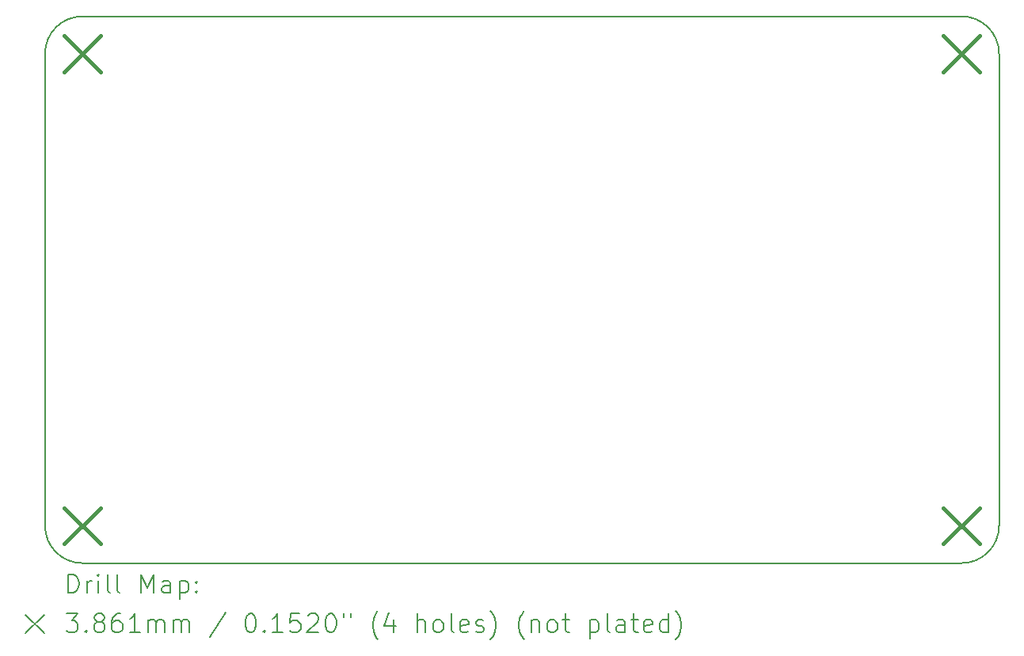
<source format=gbr>
%FSLAX45Y45*%
G04 Gerber Fmt 4.5, Leading zero omitted, Abs format (unit mm)*
G04 Created by KiCad (PCBNEW (6.0.6)) date 2023-01-28 17:16:56*
%MOMM*%
%LPD*%
G01*
G04 APERTURE LIST*
%TA.AperFunction,Profile*%
%ADD10C,0.200000*%
%TD*%
%ADD11C,0.200000*%
%ADD12C,0.386080*%
G04 APERTURE END LIST*
D10*
X17550000Y-12000000D02*
X17550000Y-6950000D01*
X17550000Y-6950000D02*
G75*
G03*
X17150000Y-6550000I-400000J0D01*
G01*
X7350000Y-12000000D02*
G75*
G03*
X7750000Y-12400000I400000J0D01*
G01*
X7750000Y-6550000D02*
G75*
G03*
X7350000Y-6950000I0J-400000D01*
G01*
X7750000Y-12400000D02*
X17150000Y-12400000D01*
X7750000Y-6550000D02*
X17150000Y-6550000D01*
X7350000Y-12000000D02*
X7350000Y-6950000D01*
X17150000Y-12400000D02*
G75*
G03*
X17550000Y-12000000I0J400000D01*
G01*
D11*
D12*
X7556960Y-6756960D02*
X7943040Y-7143040D01*
X7943040Y-6756960D02*
X7556960Y-7143040D01*
X7556960Y-11806960D02*
X7943040Y-12193040D01*
X7943040Y-11806960D02*
X7556960Y-12193040D01*
X16956960Y-6756960D02*
X17343040Y-7143040D01*
X17343040Y-6756960D02*
X16956960Y-7143040D01*
X16956960Y-11806960D02*
X17343040Y-12193040D01*
X17343040Y-11806960D02*
X16956960Y-12193040D01*
D11*
X7597619Y-12720476D02*
X7597619Y-12520476D01*
X7645238Y-12520476D01*
X7673809Y-12530000D01*
X7692857Y-12549048D01*
X7702381Y-12568095D01*
X7711905Y-12606190D01*
X7711905Y-12634762D01*
X7702381Y-12672857D01*
X7692857Y-12691905D01*
X7673809Y-12710952D01*
X7645238Y-12720476D01*
X7597619Y-12720476D01*
X7797619Y-12720476D02*
X7797619Y-12587143D01*
X7797619Y-12625238D02*
X7807143Y-12606190D01*
X7816667Y-12596667D01*
X7835714Y-12587143D01*
X7854762Y-12587143D01*
X7921428Y-12720476D02*
X7921428Y-12587143D01*
X7921428Y-12520476D02*
X7911905Y-12530000D01*
X7921428Y-12539524D01*
X7930952Y-12530000D01*
X7921428Y-12520476D01*
X7921428Y-12539524D01*
X8045238Y-12720476D02*
X8026190Y-12710952D01*
X8016667Y-12691905D01*
X8016667Y-12520476D01*
X8150000Y-12720476D02*
X8130952Y-12710952D01*
X8121428Y-12691905D01*
X8121428Y-12520476D01*
X8378571Y-12720476D02*
X8378571Y-12520476D01*
X8445238Y-12663333D01*
X8511905Y-12520476D01*
X8511905Y-12720476D01*
X8692857Y-12720476D02*
X8692857Y-12615714D01*
X8683333Y-12596667D01*
X8664286Y-12587143D01*
X8626190Y-12587143D01*
X8607143Y-12596667D01*
X8692857Y-12710952D02*
X8673810Y-12720476D01*
X8626190Y-12720476D01*
X8607143Y-12710952D01*
X8597619Y-12691905D01*
X8597619Y-12672857D01*
X8607143Y-12653809D01*
X8626190Y-12644286D01*
X8673810Y-12644286D01*
X8692857Y-12634762D01*
X8788095Y-12587143D02*
X8788095Y-12787143D01*
X8788095Y-12596667D02*
X8807143Y-12587143D01*
X8845238Y-12587143D01*
X8864286Y-12596667D01*
X8873810Y-12606190D01*
X8883333Y-12625238D01*
X8883333Y-12682381D01*
X8873810Y-12701428D01*
X8864286Y-12710952D01*
X8845238Y-12720476D01*
X8807143Y-12720476D01*
X8788095Y-12710952D01*
X8969048Y-12701428D02*
X8978571Y-12710952D01*
X8969048Y-12720476D01*
X8959524Y-12710952D01*
X8969048Y-12701428D01*
X8969048Y-12720476D01*
X8969048Y-12596667D02*
X8978571Y-12606190D01*
X8969048Y-12615714D01*
X8959524Y-12606190D01*
X8969048Y-12596667D01*
X8969048Y-12615714D01*
X7140000Y-12950000D02*
X7340000Y-13150000D01*
X7340000Y-12950000D02*
X7140000Y-13150000D01*
X7578571Y-12940476D02*
X7702381Y-12940476D01*
X7635714Y-13016667D01*
X7664286Y-13016667D01*
X7683333Y-13026190D01*
X7692857Y-13035714D01*
X7702381Y-13054762D01*
X7702381Y-13102381D01*
X7692857Y-13121428D01*
X7683333Y-13130952D01*
X7664286Y-13140476D01*
X7607143Y-13140476D01*
X7588095Y-13130952D01*
X7578571Y-13121428D01*
X7788095Y-13121428D02*
X7797619Y-13130952D01*
X7788095Y-13140476D01*
X7778571Y-13130952D01*
X7788095Y-13121428D01*
X7788095Y-13140476D01*
X7911905Y-13026190D02*
X7892857Y-13016667D01*
X7883333Y-13007143D01*
X7873809Y-12988095D01*
X7873809Y-12978571D01*
X7883333Y-12959524D01*
X7892857Y-12950000D01*
X7911905Y-12940476D01*
X7950000Y-12940476D01*
X7969048Y-12950000D01*
X7978571Y-12959524D01*
X7988095Y-12978571D01*
X7988095Y-12988095D01*
X7978571Y-13007143D01*
X7969048Y-13016667D01*
X7950000Y-13026190D01*
X7911905Y-13026190D01*
X7892857Y-13035714D01*
X7883333Y-13045238D01*
X7873809Y-13064286D01*
X7873809Y-13102381D01*
X7883333Y-13121428D01*
X7892857Y-13130952D01*
X7911905Y-13140476D01*
X7950000Y-13140476D01*
X7969048Y-13130952D01*
X7978571Y-13121428D01*
X7988095Y-13102381D01*
X7988095Y-13064286D01*
X7978571Y-13045238D01*
X7969048Y-13035714D01*
X7950000Y-13026190D01*
X8159524Y-12940476D02*
X8121428Y-12940476D01*
X8102381Y-12950000D01*
X8092857Y-12959524D01*
X8073809Y-12988095D01*
X8064286Y-13026190D01*
X8064286Y-13102381D01*
X8073809Y-13121428D01*
X8083333Y-13130952D01*
X8102381Y-13140476D01*
X8140476Y-13140476D01*
X8159524Y-13130952D01*
X8169048Y-13121428D01*
X8178571Y-13102381D01*
X8178571Y-13054762D01*
X8169048Y-13035714D01*
X8159524Y-13026190D01*
X8140476Y-13016667D01*
X8102381Y-13016667D01*
X8083333Y-13026190D01*
X8073809Y-13035714D01*
X8064286Y-13054762D01*
X8369048Y-13140476D02*
X8254762Y-13140476D01*
X8311905Y-13140476D02*
X8311905Y-12940476D01*
X8292857Y-12969048D01*
X8273809Y-12988095D01*
X8254762Y-12997619D01*
X8454762Y-13140476D02*
X8454762Y-13007143D01*
X8454762Y-13026190D02*
X8464286Y-13016667D01*
X8483333Y-13007143D01*
X8511905Y-13007143D01*
X8530952Y-13016667D01*
X8540476Y-13035714D01*
X8540476Y-13140476D01*
X8540476Y-13035714D02*
X8550000Y-13016667D01*
X8569048Y-13007143D01*
X8597619Y-13007143D01*
X8616667Y-13016667D01*
X8626190Y-13035714D01*
X8626190Y-13140476D01*
X8721429Y-13140476D02*
X8721429Y-13007143D01*
X8721429Y-13026190D02*
X8730952Y-13016667D01*
X8750000Y-13007143D01*
X8778571Y-13007143D01*
X8797619Y-13016667D01*
X8807143Y-13035714D01*
X8807143Y-13140476D01*
X8807143Y-13035714D02*
X8816667Y-13016667D01*
X8835714Y-13007143D01*
X8864286Y-13007143D01*
X8883333Y-13016667D01*
X8892857Y-13035714D01*
X8892857Y-13140476D01*
X9283333Y-12930952D02*
X9111905Y-13188095D01*
X9540476Y-12940476D02*
X9559524Y-12940476D01*
X9578571Y-12950000D01*
X9588095Y-12959524D01*
X9597619Y-12978571D01*
X9607143Y-13016667D01*
X9607143Y-13064286D01*
X9597619Y-13102381D01*
X9588095Y-13121428D01*
X9578571Y-13130952D01*
X9559524Y-13140476D01*
X9540476Y-13140476D01*
X9521429Y-13130952D01*
X9511905Y-13121428D01*
X9502381Y-13102381D01*
X9492857Y-13064286D01*
X9492857Y-13016667D01*
X9502381Y-12978571D01*
X9511905Y-12959524D01*
X9521429Y-12950000D01*
X9540476Y-12940476D01*
X9692857Y-13121428D02*
X9702381Y-13130952D01*
X9692857Y-13140476D01*
X9683333Y-13130952D01*
X9692857Y-13121428D01*
X9692857Y-13140476D01*
X9892857Y-13140476D02*
X9778571Y-13140476D01*
X9835714Y-13140476D02*
X9835714Y-12940476D01*
X9816667Y-12969048D01*
X9797619Y-12988095D01*
X9778571Y-12997619D01*
X10073810Y-12940476D02*
X9978571Y-12940476D01*
X9969048Y-13035714D01*
X9978571Y-13026190D01*
X9997619Y-13016667D01*
X10045238Y-13016667D01*
X10064286Y-13026190D01*
X10073810Y-13035714D01*
X10083333Y-13054762D01*
X10083333Y-13102381D01*
X10073810Y-13121428D01*
X10064286Y-13130952D01*
X10045238Y-13140476D01*
X9997619Y-13140476D01*
X9978571Y-13130952D01*
X9969048Y-13121428D01*
X10159524Y-12959524D02*
X10169048Y-12950000D01*
X10188095Y-12940476D01*
X10235714Y-12940476D01*
X10254762Y-12950000D01*
X10264286Y-12959524D01*
X10273810Y-12978571D01*
X10273810Y-12997619D01*
X10264286Y-13026190D01*
X10150000Y-13140476D01*
X10273810Y-13140476D01*
X10397619Y-12940476D02*
X10416667Y-12940476D01*
X10435714Y-12950000D01*
X10445238Y-12959524D01*
X10454762Y-12978571D01*
X10464286Y-13016667D01*
X10464286Y-13064286D01*
X10454762Y-13102381D01*
X10445238Y-13121428D01*
X10435714Y-13130952D01*
X10416667Y-13140476D01*
X10397619Y-13140476D01*
X10378571Y-13130952D01*
X10369048Y-13121428D01*
X10359524Y-13102381D01*
X10350000Y-13064286D01*
X10350000Y-13016667D01*
X10359524Y-12978571D01*
X10369048Y-12959524D01*
X10378571Y-12950000D01*
X10397619Y-12940476D01*
X10540476Y-12940476D02*
X10540476Y-12978571D01*
X10616667Y-12940476D02*
X10616667Y-12978571D01*
X10911905Y-13216667D02*
X10902381Y-13207143D01*
X10883333Y-13178571D01*
X10873810Y-13159524D01*
X10864286Y-13130952D01*
X10854762Y-13083333D01*
X10854762Y-13045238D01*
X10864286Y-12997619D01*
X10873810Y-12969048D01*
X10883333Y-12950000D01*
X10902381Y-12921428D01*
X10911905Y-12911905D01*
X11073810Y-13007143D02*
X11073810Y-13140476D01*
X11026190Y-12930952D02*
X10978571Y-13073809D01*
X11102381Y-13073809D01*
X11330952Y-13140476D02*
X11330952Y-12940476D01*
X11416667Y-13140476D02*
X11416667Y-13035714D01*
X11407143Y-13016667D01*
X11388095Y-13007143D01*
X11359524Y-13007143D01*
X11340476Y-13016667D01*
X11330952Y-13026190D01*
X11540476Y-13140476D02*
X11521428Y-13130952D01*
X11511905Y-13121428D01*
X11502381Y-13102381D01*
X11502381Y-13045238D01*
X11511905Y-13026190D01*
X11521428Y-13016667D01*
X11540476Y-13007143D01*
X11569048Y-13007143D01*
X11588095Y-13016667D01*
X11597619Y-13026190D01*
X11607143Y-13045238D01*
X11607143Y-13102381D01*
X11597619Y-13121428D01*
X11588095Y-13130952D01*
X11569048Y-13140476D01*
X11540476Y-13140476D01*
X11721428Y-13140476D02*
X11702381Y-13130952D01*
X11692857Y-13111905D01*
X11692857Y-12940476D01*
X11873809Y-13130952D02*
X11854762Y-13140476D01*
X11816667Y-13140476D01*
X11797619Y-13130952D01*
X11788095Y-13111905D01*
X11788095Y-13035714D01*
X11797619Y-13016667D01*
X11816667Y-13007143D01*
X11854762Y-13007143D01*
X11873809Y-13016667D01*
X11883333Y-13035714D01*
X11883333Y-13054762D01*
X11788095Y-13073809D01*
X11959524Y-13130952D02*
X11978571Y-13140476D01*
X12016667Y-13140476D01*
X12035714Y-13130952D01*
X12045238Y-13111905D01*
X12045238Y-13102381D01*
X12035714Y-13083333D01*
X12016667Y-13073809D01*
X11988095Y-13073809D01*
X11969048Y-13064286D01*
X11959524Y-13045238D01*
X11959524Y-13035714D01*
X11969048Y-13016667D01*
X11988095Y-13007143D01*
X12016667Y-13007143D01*
X12035714Y-13016667D01*
X12111905Y-13216667D02*
X12121428Y-13207143D01*
X12140476Y-13178571D01*
X12150000Y-13159524D01*
X12159524Y-13130952D01*
X12169048Y-13083333D01*
X12169048Y-13045238D01*
X12159524Y-12997619D01*
X12150000Y-12969048D01*
X12140476Y-12950000D01*
X12121428Y-12921428D01*
X12111905Y-12911905D01*
X12473809Y-13216667D02*
X12464286Y-13207143D01*
X12445238Y-13178571D01*
X12435714Y-13159524D01*
X12426190Y-13130952D01*
X12416667Y-13083333D01*
X12416667Y-13045238D01*
X12426190Y-12997619D01*
X12435714Y-12969048D01*
X12445238Y-12950000D01*
X12464286Y-12921428D01*
X12473809Y-12911905D01*
X12550000Y-13007143D02*
X12550000Y-13140476D01*
X12550000Y-13026190D02*
X12559524Y-13016667D01*
X12578571Y-13007143D01*
X12607143Y-13007143D01*
X12626190Y-13016667D01*
X12635714Y-13035714D01*
X12635714Y-13140476D01*
X12759524Y-13140476D02*
X12740476Y-13130952D01*
X12730952Y-13121428D01*
X12721428Y-13102381D01*
X12721428Y-13045238D01*
X12730952Y-13026190D01*
X12740476Y-13016667D01*
X12759524Y-13007143D01*
X12788095Y-13007143D01*
X12807143Y-13016667D01*
X12816667Y-13026190D01*
X12826190Y-13045238D01*
X12826190Y-13102381D01*
X12816667Y-13121428D01*
X12807143Y-13130952D01*
X12788095Y-13140476D01*
X12759524Y-13140476D01*
X12883333Y-13007143D02*
X12959524Y-13007143D01*
X12911905Y-12940476D02*
X12911905Y-13111905D01*
X12921428Y-13130952D01*
X12940476Y-13140476D01*
X12959524Y-13140476D01*
X13178571Y-13007143D02*
X13178571Y-13207143D01*
X13178571Y-13016667D02*
X13197619Y-13007143D01*
X13235714Y-13007143D01*
X13254762Y-13016667D01*
X13264286Y-13026190D01*
X13273809Y-13045238D01*
X13273809Y-13102381D01*
X13264286Y-13121428D01*
X13254762Y-13130952D01*
X13235714Y-13140476D01*
X13197619Y-13140476D01*
X13178571Y-13130952D01*
X13388095Y-13140476D02*
X13369048Y-13130952D01*
X13359524Y-13111905D01*
X13359524Y-12940476D01*
X13550000Y-13140476D02*
X13550000Y-13035714D01*
X13540476Y-13016667D01*
X13521428Y-13007143D01*
X13483333Y-13007143D01*
X13464286Y-13016667D01*
X13550000Y-13130952D02*
X13530952Y-13140476D01*
X13483333Y-13140476D01*
X13464286Y-13130952D01*
X13454762Y-13111905D01*
X13454762Y-13092857D01*
X13464286Y-13073809D01*
X13483333Y-13064286D01*
X13530952Y-13064286D01*
X13550000Y-13054762D01*
X13616667Y-13007143D02*
X13692857Y-13007143D01*
X13645238Y-12940476D02*
X13645238Y-13111905D01*
X13654762Y-13130952D01*
X13673809Y-13140476D01*
X13692857Y-13140476D01*
X13835714Y-13130952D02*
X13816667Y-13140476D01*
X13778571Y-13140476D01*
X13759524Y-13130952D01*
X13750000Y-13111905D01*
X13750000Y-13035714D01*
X13759524Y-13016667D01*
X13778571Y-13007143D01*
X13816667Y-13007143D01*
X13835714Y-13016667D01*
X13845238Y-13035714D01*
X13845238Y-13054762D01*
X13750000Y-13073809D01*
X14016667Y-13140476D02*
X14016667Y-12940476D01*
X14016667Y-13130952D02*
X13997619Y-13140476D01*
X13959524Y-13140476D01*
X13940476Y-13130952D01*
X13930952Y-13121428D01*
X13921428Y-13102381D01*
X13921428Y-13045238D01*
X13930952Y-13026190D01*
X13940476Y-13016667D01*
X13959524Y-13007143D01*
X13997619Y-13007143D01*
X14016667Y-13016667D01*
X14092857Y-13216667D02*
X14102381Y-13207143D01*
X14121428Y-13178571D01*
X14130952Y-13159524D01*
X14140476Y-13130952D01*
X14150000Y-13083333D01*
X14150000Y-13045238D01*
X14140476Y-12997619D01*
X14130952Y-12969048D01*
X14121428Y-12950000D01*
X14102381Y-12921428D01*
X14092857Y-12911905D01*
M02*

</source>
